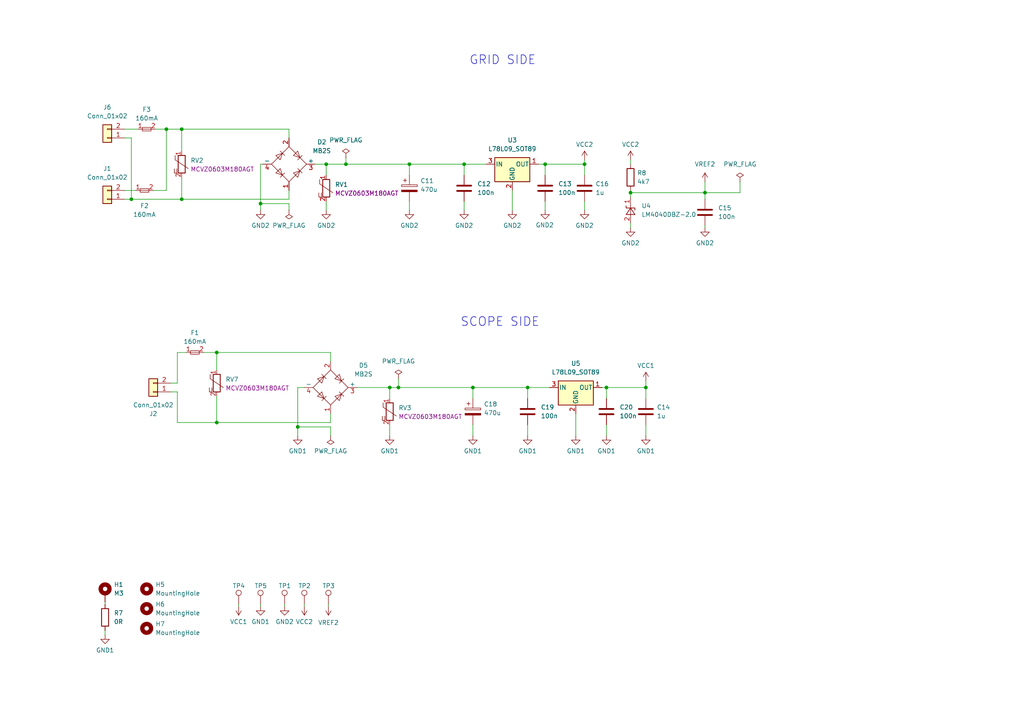
<source format=kicad_sch>
(kicad_sch (version 20231120) (generator "eeschema") (generator_version "8.0")
  (paper "A4")
  (title_block (title "lineScope Isolaors") (date "2024-03-27") (rev "1.0.0") (company "Koszalix"))
  (lib_symbols
    (symbol "Connector:TestPoint" (pin_numbers hide) (pin_names (offset 0.762) hide)
      (property "Reference" "TP" (at 0 6.858 0))
      (property "Value" "TestPoint" (at 0 5.08 0))
      (symbol "TestPoint_0_1"
        (circle (center 0 3.302) (radius 0.762))
      )
      (symbol "TestPoint_1_1"
        (pin passive line (at 0 0 90) (length 2.54) (name "1") (number "1"))
      )
    )
    (symbol "Connector_Generic:Conn_01x02" (pin_names (offset 1.016) hide)
      (property "Reference" "J" (at 0 2.54 0))
      (property "Value" "Conn_01x02" (at 0 -5.08 0))
      (symbol "Conn_01x02_1_1"
        (rectangle (start -1.27 -2.413) (end 0 -2.667) (stroke (width 0.1524)))
        (rectangle (start -1.27 0.127) (end 0 -0.127) (stroke (width 0.1524)))
        (rectangle (start -1.27 1.27) (end 1.27 -3.81) (stroke (width 0.254)) (fill (type background)))
        (pin passive line (at -5.08 0 0) (length 3.81) (name "Pin_1") (number "1"))
        (pin passive line (at -5.08 -2.54 0) (length 3.81) (name "Pin_2") (number "2"))
      )
    )
    (symbol "Device:C_Polarized" (pin_numbers hide) (pin_names (offset 0.254))
      (property "Reference" "C" (at 0.635 2.54 0))
      (property "Value" "C_Polarized" (at 0.635 -2.54 0))
      (symbol "C_Polarized_0_1"
        (rectangle (start -2.286 0.508) (end 2.286 1.016))
        (polyline (pts (xy -1.778 2.286) (xy -0.762 2.286)))
        (polyline (pts (xy -1.27 2.794) (xy -1.27 1.778)))
        (rectangle (start 2.286 -0.508) (end -2.286 -1.016) (fill (type outline)))
      )
      (symbol "C_Polarized_1_1"
        (pin passive line (at 0 3.81 270) (length 2.794) (name "~") (number "1"))
        (pin passive line (at 0 -3.81 90) (length 2.794) (name "~") (number "2"))
      )
    )
    (symbol "Diode_Bridge:MB2S" (pin_names (offset 0))
      (property "Reference" "D" (at 2.54 6.985 0))
      (property "Value" "MB2S" (at 2.54 5.08 0))
      (symbol "MB2S_0_1"
        (polyline (pts (xy -2.54 3.81) (xy -1.27 2.54)))
        (polyline (pts (xy -1.27 -2.54) (xy -2.54 -3.81)))
        (polyline (pts (xy 2.54 -1.27) (xy 3.81 -2.54)))
        (polyline (pts (xy 2.54 1.27) (xy 3.81 2.54)))
        (polyline (pts (xy -3.81 2.54) (xy -2.54 1.27) (xy -1.905 3.175) (xy -3.81 2.54)))
        (polyline (pts (xy -2.54 -1.27) (xy -3.81 -2.54) (xy -1.905 -3.175) (xy -2.54 -1.27)))
        (polyline (pts (xy 1.27 2.54) (xy 2.54 3.81) (xy 3.175 1.905) (xy 1.27 2.54)))
        (polyline (pts (xy 3.175 -1.905) (xy 1.27 -2.54) (xy 2.54 -3.81) (xy 3.175 -1.905)))
        (polyline (pts (xy -5.08 0) (xy 0 -5.08) (xy 5.08 0) (xy 0 5.08) (xy -5.08 0)))
      )
      (symbol "MB2S_1_1"
        (pin passive line (at 0 -7.62 90) (length 2.54) (name "~") (number "1"))
        (pin passive line (at 0 7.62 270) (length 2.54) (name "~") (number "2"))
        (pin passive line (at 7.62 0 180) (length 2.54) (name "+") (number "3"))
        (pin passive line (at -7.62 0 0) (length 2.54) (name "-") (number "4"))
      )
    )
    (symbol "Koszalix_Capacitors_Ceramic_Walsin_0603:CAP_100n_X7R" (pin_numbers hide) (pin_names (offset 0) hide)
      (property "Reference" "C" (at 3.81 1.27 0))
      (property "Value" "100n" (at 5.08 -1.27 0))
      (symbol "CAP_100n_X7R_0_1"
        (polyline (pts (xy -2.032 -0.762) (xy 2.032 -0.762)) (stroke (width 0.508)))
        (polyline (pts (xy -2.032 0.762) (xy 2.032 0.762)) (stroke (width 0.508)))
      )
      (symbol "CAP_100n_X7R_1_1"
        (pin passive line (at 0 3.81 270) (length 2.794) (name "~") (number "1"))
        (pin passive line (at 0 -3.81 90) (length 2.794) (name "~") (number "2"))
      )
    )
    (symbol "Koszalix_Capacitors_Ceramic_Walsin_0603:CAP_1u_X7R" (pin_numbers hide) (pin_names (offset 0) hide)
      (property "Reference" "C" (at 3.81 1.27 0))
      (property "Value" "1u" (at 5.08 -1.27 0))
      (symbol "CAP_1u_X7R_0_1"
        (polyline (pts (xy -2.032 -0.762) (xy 2.032 -0.762)) (stroke (width 0.508)))
        (polyline (pts (xy -2.032 0.762) (xy 2.032 0.762)) (stroke (width 0.508)))
      )
      (symbol "CAP_1u_X7R_1_1"
        (pin passive line (at 0 3.81 270) (length 2.794) (name "~") (number "1"))
        (pin passive line (at 0 -3.81 90) (length 2.794) (name "~") (number "2"))
      )
    )
    (symbol "Koszalix_Fuses:Polyfuse_SMD_160mA_1206"
      (property "Reference" "F" (at 14.732 -2.286 0))
      (property "Value" "160mA" (at 0 0 0))
      (symbol "Polyfuse_SMD_160mA_1206_0_1"
        (polyline (pts (xy 1.27 0) (xy 3.81 0)))
        (rectangle (start 1.27 0.508) (end 3.81 -0.508))
      )
      (symbol "Polyfuse_SMD_160mA_1206_1_1"
        (pin passive line (at 0 0 0) (length 1.27) (name "~") (number "1"))
        (pin passive line (at 5.08 0 180) (length 1.27) (name "~") (number "2"))
      )
    )
    (symbol "Koszalix_PWR_Symbols:VCC1" (power) (in_bom no) (on_board no)
      (property "Value" "VCC1" (at 1.524 1.524 0))
      (symbol "VCC1_0_1"
        (polyline (pts (xy -0.762 1.27) (xy 0 2.54)))
        (polyline (pts (xy 0 0) (xy 0 2.54)))
        (polyline (pts (xy 0 2.54) (xy 0.762 1.27)))
      )
      (symbol "VCC1_1_1"
        (pin power_in line (at 0 0 0) (length 0) hide (name "VCC") (number "1"))
      )
    )
    (symbol "Koszalix_PWR_Symbols:VCC2" (power) (in_bom no) (on_board no)
      (property "Value" "VCC2" (at 0.254 -2.032 0))
      (symbol "VCC2_0_1"
        (polyline (pts (xy -0.762 1.27) (xy 0 2.54)))
        (polyline (pts (xy 0 0) (xy 0 2.54)))
        (polyline (pts (xy 0 2.54) (xy 0.762 1.27)))
      )
      (symbol "VCC2_1_1"
        (pin power_in line (at 0 0 0) (length 0) hide (name "VCC") (number "1"))
      )
    )
    (symbol "Koszalix_PWR_Symbols:VREF2" (power) (in_bom no) (on_board no)
      (property "Value" "VREF2" (at 0.254 -2.032 0))
      (symbol "VREF2_0_1"
        (polyline (pts (xy -0.762 1.27) (xy 0 2.54)))
        (polyline (pts (xy 0 0) (xy 0 2.54)))
        (polyline (pts (xy 0 2.54) (xy 0.762 1.27)))
      )
      (symbol "VREF2_1_1"
        (pin power_in line (at 0 0 0) (length 0) hide (name "VCC") (number "1"))
      )
    )
    (symbol "Koszalix_Resistors_Yageo_RC0603:RES_4k7_0603" (pin_numbers hide) (pin_names (offset 0) hide)
      (property "Reference" "R" (at 2.54 1.27 0))
      (property "Value" "4k7" (at 2.54 -1.27 0))
      (symbol "RES_4k7_0603_0_1"
        (rectangle (start -1.016 -2.54) (end 1.016 2.54) (stroke (width 0.254)))
      )
      (symbol "RES_4k7_0603_1_1"
        (pin passive line (at 0 3.81 270) (length 1.27) (name "~") (number "1"))
        (pin passive line (at 0 -3.81 90) (length 1.27) (name "~") (number "2"))
      )
    )
    (symbol "Koszalix_Varistors:MCVZ0603M180AGT"
      (property "Reference" "RV" (at 3.048 0 0))
      (property "MPN" "MCVZ0603M180AGT" (at 0 0 0))
      (symbol "MCVZ0603M180AGT_0_0"
        (text "U" (at -1.778 -5.842 0) (effects (font (size 1.27 1.27))))
      )
      (symbol "MCVZ0603M180AGT_0_1"
        (rectangle (start -1.016 -6.35) (end 1.016 -1.27) (stroke (width 0.254)))
        (polyline (pts (xy -1.905 -1.27) (xy -1.905 -2.54) (xy 1.905 -5.08)))
      )
      (symbol "MCVZ0603M180AGT_1_1"
        (pin passive line (at 0 0 270) (length 1.27) (name "~") (number "1"))
        (pin passive line (at 0 -7.62 90) (length 1.27) (name "~") (number "2"))
      )
    )
    (symbol "Mechanical:MountingHole" (pin_names (offset 1.016)) (exclude_from_sim yes) (in_bom no)
      (property "Reference" "H" (at 0 5.08 0))
      (property "Value" "MountingHole" (at 0 3.175 0))
      (symbol "MountingHole_0_1"
        (circle (center 0 0) (radius 1.27) (stroke (width 1.27)))
      )
    )
    (symbol "Mechanical:MountingHole_Pad" (pin_numbers hide) (pin_names (offset 1.016) hide)
      (property "Reference" "H" (at 0 6.35 0))
      (property "Value" "MountingHole_Pad" (at 0 4.445 0))
      (symbol "MountingHole_Pad_0_1"
        (circle (center 0 1.27) (radius 1.27) (stroke (width 1.27)))
      )
      (symbol "MountingHole_Pad_1_1"
        (pin input line (at 0 -2.54 90) (length 2.54) (name "1") (number "1"))
      )
    )
    (symbol "Reference_Voltage:LM4040DBZ-2.0" (pin_names (offset 0.0254) hide)
      (property "Reference" "U" (at 0 2.54 0))
      (property "Value" "LM4040DBZ-2.0" (at 0 -3.175 0))
      (symbol "LM4040DBZ-2.0_0_1"
        (polyline (pts (xy -1.27 0) (xy 0 0) (xy 1.27 0)))
        (polyline (pts (xy -1.27 -1.27) (xy 0.635 0) (xy -1.27 1.27) (xy -1.27 -1.27)) (stroke (width 0.2032)))
        (polyline (pts (xy 0 -1.27) (xy 0.635 -1.27) (xy 0.635 1.27) (xy 1.27 1.27)) (stroke (width 0.2032)))
      )
      (symbol "LM4040DBZ-2.0_1_1"
        (pin passive line (at 3.81 0 180) (length 2.54) (name "K") (number "1"))
        (pin passive line (at -3.81 0 0) (length 2.54) (name "A") (number "2"))
      )
    )
    (symbol "Regulator_Linear:L78L09_SOT89" (pin_names (offset 0.254))
      (property "Reference" "U" (at -3.81 3.175 0))
      (property "Value" "L78L09_SOT89" (at -0.635 3.175 0))
      (symbol "L78L09_SOT89_0_1"
        (rectangle (start -5.08 1.905) (end 5.08 -5.08) (stroke (width 0.254)) (fill (type background)))
      )
      (symbol "L78L09_SOT89_1_1"
        (pin power_out line (at 7.62 0 180) (length 2.54) (name "OUT") (number "1"))
        (pin power_in line (at 0 -7.62 90) (length 2.54) (name "GND") (number "2"))
        (pin power_in line (at -7.62 0 0) (length 2.54) (name "IN") (number "3"))
      )
    )
    (symbol "power:GND1" (power) (pin_names (offset 0))
      (property "Value" "GND1" (at 0 -3.81 0))
      (symbol "GND1_0_1"
        (polyline (pts (xy 0 0) (xy 0 -1.27) (xy 1.27 -1.27) (xy 0 -2.54) (xy -1.27 -1.27) (xy 0 -1.27)))
      )
      (symbol "GND1_1_1"
        (pin power_in line (at 0 0 270) (length 0) hide (name "GND1") (number "1"))
      )
    )
    (symbol "power:GND2" (power) (pin_names (offset 0))
      (property "Value" "GND2" (at 0 -3.81 0))
      (symbol "GND2_0_1"
        (polyline (pts (xy 0 0) (xy 0 -1.27) (xy 1.27 -1.27) (xy 0 -2.54) (xy -1.27 -1.27) (xy 0 -1.27)))
      )
      (symbol "GND2_1_1"
        (pin power_in line (at 0 0 270) (length 0) hide (name "GND2") (number "1"))
      )
    )
    (symbol "power:PWR_FLAG" (power) (pin_numbers hide) (pin_names (offset 0) hide)
      (property "Value" "PWR_FLAG" (at 0 3.81 0))
      (symbol "PWR_FLAG_0_0"
        (pin power_out line (at 0 0 90) (length 0) (name "pwr") (number "1"))
      )
      (symbol "PWR_FLAG_0_1"
        (polyline (pts (xy 0 0) (xy 0 1.27) (xy -1.016 1.905) (xy 0 2.54) (xy 1.016 1.905) (xy 0 1.27)))
      )
    )
  )
  (junction (at 94.615 47.625))
  (junction (at 62.865 122.555))
  (junction (at 100.33 47.625))
  (junction (at 204.47 55.88))
  (junction (at 134.62 47.625))
  (junction (at 86.36 123.825))
  (junction (at 118.745 47.625))
  (junction (at 182.88 55.88))
  (junction (at 75.565 59.055))
  (junction (at 153.035 112.395))
  (junction (at 137.16 112.395))
  (junction (at 52.705 57.785))
  (junction (at 175.895 112.395))
  (junction (at 52.705 37.465))
  (junction (at 169.545 47.625))
  (junction (at 115.57 112.395))
  (junction (at 187.325 112.395))
  (junction (at 62.865 102.235))
  (junction (at 113.03 112.395))
  (junction (at 158.115 47.625))
  (junction (at 48.26 37.465))
  (junction (at 38.1 57.785))
  (wire (pts (xy 182.88 55.88) (xy 204.47 55.88)))
  (wire (pts (xy 95.25 175.895) (xy 95.25 175.26)))
  (wire (pts (xy 49.53 111.125) (xy 51.435 111.125)))
  (wire (pts (xy 94.615 47.625) (xy 94.615 50.8)))
  (wire (pts (xy 75.565 59.055) (xy 75.565 60.96)))
  (wire (pts (xy 214.63 55.88) (xy 204.47 55.88)))
  (wire (pts (xy 82.55 175.895) (xy 82.55 175.26)))
  (wire (pts (xy 38.1 40.005) (xy 38.1 57.785)))
  (wire (pts (xy 86.36 123.825) (xy 95.885 123.825)))
  (wire (pts (xy 204.47 66.04) (xy 204.47 65.405)))
  (wire (pts (xy 153.035 123.19) (xy 153.035 126.365)))
  (wire (pts (xy 83.82 57.785) (xy 83.82 55.245)))
  (wire (pts (xy 115.57 112.395) (xy 137.16 112.395)))
  (wire (pts (xy 174.625 112.395) (xy 175.895 112.395)))
  (wire (pts (xy 49.53 113.665) (xy 51.435 113.665)))
  (wire (pts (xy 52.705 37.465) (xy 52.705 43.815)))
  (wire (pts (xy 36.195 55.245) (xy 39.37 55.245)))
  (wire (pts (xy 38.1 57.785) (xy 52.705 57.785)))
  (wire (pts (xy 75.565 59.055) (xy 83.82 59.055)))
  (wire (pts (xy 75.565 175.895) (xy 75.565 175.26)))
  (wire (pts (xy 167.005 120.015) (xy 167.005 126.365)))
  (wire (pts (xy 175.895 115.57) (xy 175.895 112.395)))
  (wire (pts (xy 182.88 46.355) (xy 182.88 47.625)))
  (wire (pts (xy 95.885 123.825) (xy 95.885 126.365)))
  (wire (pts (xy 52.705 37.465) (xy 83.82 37.465)))
  (wire (pts (xy 187.325 110.49) (xy 187.325 112.395)))
  (wire (pts (xy 169.545 47.625) (xy 169.545 50.8)))
  (wire (pts (xy 153.035 112.395) (xy 159.385 112.395)))
  (wire (pts (xy 30.48 184.15) (xy 30.48 182.88)))
  (wire (pts (xy 88.265 112.395) (xy 86.36 112.395)))
  (wire (pts (xy 103.505 112.395) (xy 113.03 112.395)))
  (wire (pts (xy 86.36 123.825) (xy 86.36 126.365)))
  (wire (pts (xy 62.865 102.235) (xy 62.865 107.315)))
  (wire (pts (xy 137.16 112.395) (xy 153.035 112.395)))
  (wire (pts (xy 158.115 50.8) (xy 158.115 47.625)))
  (wire (pts (xy 148.59 55.245) (xy 148.59 60.96)))
  (wire (pts (xy 36.195 57.785) (xy 38.1 57.785)))
  (wire (pts (xy 51.435 122.555) (xy 62.865 122.555)))
  (wire (pts (xy 156.21 47.625) (xy 158.115 47.625)))
  (wire (pts (xy 113.03 123.19) (xy 113.03 126.365)))
  (wire (pts (xy 113.03 112.395) (xy 115.57 112.395)))
  (wire (pts (xy 95.885 120.015) (xy 95.885 122.555)))
  (wire (pts (xy 75.565 47.625) (xy 76.2 47.625)))
  (wire (pts (xy 51.435 102.235) (xy 53.975 102.235)))
  (wire (pts (xy 75.565 47.625) (xy 75.565 59.055)))
  (wire (pts (xy 62.865 102.235) (xy 95.885 102.235)))
  (wire (pts (xy 36.195 40.005) (xy 38.1 40.005)))
  (wire (pts (xy 137.16 112.395) (xy 137.16 115.57)))
  (wire (pts (xy 134.62 47.625) (xy 134.62 50.8)))
  (wire (pts (xy 52.705 51.435) (xy 52.705 57.785)))
  (wire (pts (xy 69.215 175.895) (xy 69.215 175.26)))
  (wire (pts (xy 48.26 37.465) (xy 52.705 37.465)))
  (wire (pts (xy 137.16 123.19) (xy 137.16 126.365)))
  (wire (pts (xy 187.325 112.395) (xy 187.325 115.57)))
  (wire (pts (xy 214.63 52.705) (xy 214.63 55.88)))
  (wire (pts (xy 100.33 45.72) (xy 100.33 47.625)))
  (wire (pts (xy 113.03 112.395) (xy 113.03 115.57)))
  (wire (pts (xy 115.57 109.855) (xy 115.57 112.395)))
  (wire (pts (xy 48.26 55.245) (xy 48.26 37.465)))
  (wire (pts (xy 134.62 58.42) (xy 134.62 60.96)))
  (wire (pts (xy 45.085 37.465) (xy 48.26 37.465)))
  (wire (pts (xy 187.325 126.365) (xy 187.325 123.19)))
  (wire (pts (xy 52.705 57.785) (xy 83.82 57.785)))
  (wire (pts (xy 118.745 58.42) (xy 118.745 60.96)))
  (wire (pts (xy 88.265 175.895) (xy 88.265 175.26)))
  (wire (pts (xy 204.47 52.705) (xy 204.47 55.88)))
  (wire (pts (xy 95.885 102.235) (xy 95.885 104.775)))
  (wire (pts (xy 86.36 112.395) (xy 86.36 123.825)))
  (wire (pts (xy 94.615 47.625) (xy 100.33 47.625)))
  (wire (pts (xy 169.545 60.96) (xy 169.545 58.42)))
  (wire (pts (xy 91.44 47.625) (xy 94.615 47.625)))
  (wire (pts (xy 100.33 47.625) (xy 118.745 47.625)))
  (wire (pts (xy 59.055 102.235) (xy 62.865 102.235)))
  (wire (pts (xy 83.82 59.055) (xy 83.82 60.96)))
  (wire (pts (xy 44.45 55.245) (xy 48.26 55.245)))
  (wire (pts (xy 30.48 175.26) (xy 30.48 174.625)))
  (wire (pts (xy 118.745 47.625) (xy 134.62 47.625)))
  (wire (pts (xy 182.88 66.04) (xy 182.88 64.77)))
  (wire (pts (xy 51.435 111.125) (xy 51.435 102.235)))
  (wire (pts (xy 36.195 37.465) (xy 40.005 37.465)))
  (wire (pts (xy 94.615 58.42) (xy 94.615 60.96)))
  (wire (pts (xy 182.88 55.245) (xy 182.88 55.88)))
  (wire (pts (xy 169.545 46.355) (xy 169.545 47.625)))
  (wire (pts (xy 134.62 47.625) (xy 140.97 47.625)))
  (wire (pts (xy 158.115 58.42) (xy 158.115 60.96)))
  (wire (pts (xy 204.47 55.88) (xy 204.47 57.785)))
  (wire (pts (xy 51.435 113.665) (xy 51.435 122.555)))
  (wire (pts (xy 62.865 114.935) (xy 62.865 122.555)))
  (wire (pts (xy 118.745 47.625) (xy 118.745 50.8)))
  (wire (pts (xy 175.895 123.19) (xy 175.895 126.365)))
  (wire (pts (xy 62.865 122.555) (xy 95.885 122.555)))
  (wire (pts (xy 158.115 47.625) (xy 169.545 47.625)))
  (wire (pts (xy 175.895 112.395) (xy 187.325 112.395)))
  (wire (pts (xy 83.82 37.465) (xy 83.82 40.005)))
  (wire (pts (xy 182.88 55.88) (xy 182.88 57.15)))
  (wire (pts (xy 153.035 112.395) (xy 153.035 115.57)))
  (text "SCOPE SIDE" (at 145.034 93.472 0) (effects (font (size 2.54 2.54))))
  (text "GRID SIDE" (at 145.796 17.526 0) (effects (font (size 2.54 2.54))))
  (symbol (lib_id "power:GND2") (at 82.55 175.895 0) (unit 1)
    (property "Reference" "#PWR040" (effects (hide yes)))
    (property "Value" "GND2" (at 82.55 180.34 0))
    (property "Description" "Power symbol creates a global label with name \"GND2\" , ground" (effects (hide yes)))
  )
  (symbol (lib_id "power:GND2") (at 134.62 60.96 0) (unit 1)
    (property "Reference" "#PWR029" (effects (hide yes)))
    (property "Value" "GND2" (at 134.62 65.405 0))
    (property "Description" "Power symbol creates a global label with name \"GND2\" , ground" (effects (hide yes)))
  )
  (symbol (lib_id "Koszalix_PWR_Symbols:VCC2") (at 88.265 175.895 180) (unit 1) (in_bom no) (on_board no)
    (property "Reference" "#PWR039" (effects (hide yes)))
    (property "Value" "VCC2" (at 88.265 180.34 0))
  )
  (symbol (lib_id "Koszalix_Capacitors_Ceramic_Walsin_0603:CAP_100n_X7R") (at 158.115 54.61 0) (unit 1)
    (property "Reference" "C13" (at 161.925 53.3399 0) (effects (justify left)))
    (property "Value" "100n" (at 161.925 55.8799 0) (effects (justify left)))
    (property "Footprint" "Capacitor_SMD:C_0603_1608Metric" (effects (hide yes)))
    (property "Datasheet" "https://www.tme.eu/Document/e45476bf270793f696988c4e93ce1237/ASC_General_Purpose.pdf" (effects (hide yes)))
    (property "Description" "SMD Capacitor" (effects (hide yes)))
    (property "Manufacturer" "Walsin" (effects (hide yes)))
    (property "MPN" "0603B104K500CT" (effects (hide yes)))
    (property "Tolerance" "10%" (effects (hide yes)))
    (property "Rated voltage" "50V" (effects (hide yes)))
    (property "Operating temperature" "-55°C to +125°C " (effects (hide yes)))
    (property "Capacitance characteristic" "±15%" (effects (hide yes)))
  )
  (symbol (lib_id "Koszalix_Capacitors_Ceramic_Walsin_0603:CAP_100n_X7R") (at 175.895 119.38 0) (unit 1)
    (property "Reference" "C20" (at 179.705 118.1099 0) (effects (justify left)))
    (property "Value" "100n" (at 179.705 120.6499 0) (effects (justify left)))
    (property "Footprint" "Capacitor_SMD:C_0603_1608Metric" (effects (hide yes)))
    (property "Datasheet" "https://www.tme.eu/Document/e45476bf270793f696988c4e93ce1237/ASC_General_Purpose.pdf" (effects (hide yes)))
    (property "Description" "SMD Capacitor" (effects (hide yes)))
    (property "Manufacturer" "Walsin" (effects (hide yes)))
    (property "MPN" "0603B104K500CT" (effects (hide yes)))
    (property "Tolerance" "10%" (effects (hide yes)))
    (property "Rated voltage" "50V" (effects (hide yes)))
    (property "Operating temperature" "-55°C to +125°C " (effects (hide yes)))
    (property "Capacitance characteristic" "±15%" (effects (hide yes)))
  )
  (symbol (lib_id "Koszalix_Capacitors_Ceramic_Walsin_0603:CAP_100n_X7R") (at 204.47 61.595 0) (unit 1)
    (property "Reference" "C15" (at 208.28 60.3249 0) (effects (justify left)))
    (property "Value" "100n" (at 208.28 62.8649 0) (effects (justify left)))
    (property "Footprint" "Capacitor_SMD:C_0603_1608Metric" (effects (hide yes)))
    (property "Datasheet" "https://www.tme.eu/Document/e45476bf270793f696988c4e93ce1237/ASC_General_Purpose.pdf" (effects (hide yes)))
    (property "Description" "SMD Capacitor" (effects (hide yes)))
    (property "Manufacturer" "Walsin" (effects (hide yes)))
    (property "MPN" "0603B104K500CT" (effects (hide yes)))
    (property "Tolerance" "10%" (effects (hide yes)))
    (property "Rated voltage" "50V" (effects (hide yes)))
    (property "Operating temperature" "-55°C to +125°C " (effects (hide yes)))
    (property "Capacitance characteristic" "±15%" (effects (hide yes)))
  )
  (symbol (lib_id "Koszalix_PWR_Symbols:VCC1") (at 69.215 175.895 180) (unit 1) (in_bom no) (on_board no)
    (property "Reference" "#PWR062" (effects (hide yes)))
    (property "Value" "VCC1" (at 69.215 180.34 0))
  )
  (symbol (lib_id "Koszalix_Fuses:Polyfuse_SMD_160mA_1206") (at 40.005 37.465 0) (unit 1)
    (property "Reference" "F3" (at 42.545 31.75 0))
    (property "Value" "160mA" (at 42.545 34.29 0))
    (property "Footprint" "Fuse:Fuse_1206_3216Metric_Pad1.42x1.75mm_HandSolder" (effects (hide yes)))
    (property "Datasheet" "https://www.tme.eu/Document/57bb34273784a5497e70b7df12b98da5/PTS120615V050.pdf" (effects (hide yes)))
    (property "Description" "Polyfuse. 160mA. Imax 100A, 1R1, 30V" (effects (hide yes)))
    (property "MPN" "PTS120630V016" (effects (hide yes)))
    (property "Manuacturer" "Eaton/Busman" (effects (hide yes)))
  )
  (symbol (lib_id "Diode_Bridge:MB2S") (at 83.82 47.625 0) (unit 1)
    (property "Reference" "D2" (at 93.345 41.2048 0))
    (property "Value" "MB2S" (at 93.345 43.7448 0))
    (property "Footprint" "Package_TO_SOT_SMD:TO-269AA" (effects (hide yes)))
    (property "Datasheet" "http://www.vishay.com/docs/88661/mb2s.pdf" (effects (hide yes)))
    (property "Description" "Miniature Glass Passivated Single-Phase Surface Mount Bridge Rectifiers, 140V Vrms, 0.5A If, TO-269AA" (effects (hide yes)))
  )
  (symbol (lib_id "Connector_Generic:Conn_01x02") (at 31.115 57.785 180) (unit 1)
    (property "Reference" "J1" (at 31.115 48.895 0))
    (property "Value" "Conn_01x02" (at 31.115 51.435 0))
    (property "Footprint" "Connector_JST:JST_XH_B2B-XH-A_1x02_P2.50mm_Vertical" (effects (hide yes)))
    (property "Description" "Generic connector, single row, 01x02, script generated (kicad-library-utils/schlib/autogen/connector/)" (effects (hide yes)))
  )
  (symbol (lib_id "Koszalix_Varistors:MCVZ0603M180AGT") (at 94.615 50.8 0) (unit 1)
    (property "Reference" "RV1" (at 97.155 53.5332 0) (effects (justify left)))
    (property "Value" "MCVZ0603M180AGT" (effects (hide yes)))
    (property "Footprint" "Resistor_SMD:R_0603_1608Metric_Pad0.98x0.95mm_HandSolder" (effects (hide yes)))
    (property "Datasheet" "https://4donline.ihs.com/images/VipMasterIC/IC/SCMP/SCMP-S-A0009640460/SCMP-S-A0009640460-1.pdf?hkey=6D3A4C79FDBF58556ACFDE234799DDF0" (effects (hide yes)))
    (property "Description" "Varistor 14V/18V" (effects (hide yes)))
    (property "MPN" "MCVZ0603M180AGT" (at 97.155 56.0732 0) (effects (justify left)))
    (property "Manufacturer" "MulticompPro" (effects (hide yes)))
  )
  (symbol (lib_id "power:GND1") (at 113.03 126.365 0) (unit 1)
    (property "Reference" "#PWR043" (effects (hide yes)))
    (property "Value" "GND1" (at 113.03 130.81 0))
    (property "Description" "Power symbol creates a global label with name \"GND1\" , ground" (effects (hide yes)))
  )
  (symbol (lib_id "Device:C_Polarized") (at 137.16 119.38 0) (unit 1)
    (property "Reference" "C18" (at 140.335 117.2209 0) (effects (justify left)))
    (property "Value" "470u" (at 140.335 119.7609 0) (effects (justify left)))
    (property "Footprint" "Capacitor_SMD:CP_Elec_10x10.5" (effects (hide yes)))
    (property "Description" "Polarized capacitor" (effects (hide yes)))
    (property "MPN" "EEE1EA471P" (effects (hide yes)))
  )
  (symbol (lib_id "power:GND2") (at 148.59 60.96 0) (unit 1)
    (property "Reference" "#PWR030" (effects (hide yes)))
    (property "Value" "GND2" (at 148.59 65.405 0))
    (property "Description" "Power symbol creates a global label with name \"GND2\" , ground" (effects (hide yes)))
  )
  (symbol (lib_id "power:GND1") (at 86.36 126.365 0) (unit 1)
    (property "Reference" "#PWR042" (effects (hide yes)))
    (property "Value" "GND1" (at 86.36 130.81 0))
    (property "Description" "Power symbol creates a global label with name \"GND1\" , ground" (effects (hide yes)))
  )
  (symbol (lib_id "power:GND1") (at 187.325 126.365 0) (unit 1)
    (property "Reference" "#PWR037" (effects (hide yes)))
    (property "Value" "GND1" (at 187.325 130.81 0))
    (property "Description" "Power symbol creates a global label with name \"GND1\" , ground" (effects (hide yes)))
  )
  (symbol (lib_id "Connector:TestPoint") (at 95.25 175.26 0) (unit 1)
    (property "Reference" "TP3" (at 93.472 169.926 0) (effects (justify left)))
    (property "Value" "TestPoint" (effects (hide yes)))
    (property "Footprint" "TestPoint:TestPoint_Pad_D1.0mm" (effects (hide yes)))
    (property "Description" "test point" (effects (hide yes)))
  )
  (symbol (lib_id "Koszalix_Capacitors_Ceramic_Walsin_0603:CAP_1u_X7R") (at 169.545 54.61 0) (unit 1)
    (property "Reference" "C16" (at 172.72 53.3399 0) (effects (justify left)))
    (property "Value" "1u" (at 172.72 55.8799 0) (effects (justify left)))
    (property "Footprint" "Capacitor_SMD:C_0603_1608Metric" (effects (hide yes)))
    (property "Datasheet" "https://www.tme.eu/Document/e45476bf270793f696988c4e93ce1237/ASC_General_Purpose.pdf" (effects (hide yes)))
    (property "Description" "SMD Capacitor" (effects (hide yes)))
    (property "Manufacturer" "Walsin" (effects (hide yes)))
    (property "MPN" "0603B105K500CT" (effects (hide yes)))
    (property "Tolerance" "10%" (effects (hide yes)))
    (property "Rated voltage" "50V" (effects (hide yes)))
    (property "Operating temperature" "-55°C to +125°C " (effects (hide yes)))
    (property "Capacitance characteristic" "±15%" (effects (hide yes)))
  )
  (symbol (lib_id "power:GND1") (at 75.565 175.895 0) (unit 1)
    (property "Reference" "#PWR063" (effects (hide yes)))
    (property "Value" "GND1" (at 75.565 180.34 0))
    (property "Description" "Power symbol creates a global label with name \"GND1\" , ground" (effects (hide yes)))
  )
  (symbol (lib_id "Mechanical:MountingHole_Pad") (at 30.48 172.085 0) (unit 1)
    (property "Reference" "H1" (at 33.02 169.5449 0) (effects (justify left)))
    (property "Value" "M3" (at 33.02 172.0849 0) (effects (justify left)))
    (property "Footprint" "MountingHole:MountingHole_3.2mm_M3_Pad" (effects (hide yes)))
    (property "Description" "Mounting Hole with connection" (effects (hide yes)))
  )
  (symbol (lib_id "Koszalix_Capacitors_Ceramic_Walsin_0603:CAP_100n_X7R") (at 153.035 119.38 0) (unit 1)
    (property "Reference" "C19" (at 156.845 118.1099 0) (effects (justify left)))
    (property "Value" "100n" (at 156.845 120.6499 0) (effects (justify left)))
    (property "Footprint" "Capacitor_SMD:C_0603_1608Metric" (effects (hide yes)))
    (property "Datasheet" "https://www.tme.eu/Document/e45476bf270793f696988c4e93ce1237/ASC_General_Purpose.pdf" (effects (hide yes)))
    (property "Description" "SMD Capacitor" (effects (hide yes)))
    (property "Manufacturer" "Walsin" (effects (hide yes)))
    (property "MPN" "0603B104K500CT" (effects (hide yes)))
    (property "Tolerance" "10%" (effects (hide yes)))
    (property "Rated voltage" "50V" (effects (hide yes)))
    (property "Operating temperature" "-55°C to +125°C " (effects (hide yes)))
    (property "Capacitance characteristic" "±15%" (effects (hide yes)))
  )
  (symbol (lib_id "Koszalix_Fuses:Polyfuse_SMD_160mA_1206") (at 53.975 102.235 0) (unit 1)
    (property "Reference" "F1" (at 56.515 96.52 0))
    (property "Value" "160mA" (at 56.515 99.06 0))
    (property "Footprint" "Fuse:Fuse_1206_3216Metric_Pad1.42x1.75mm_HandSolder" (effects (hide yes)))
    (property "Datasheet" "https://www.tme.eu/Document/57bb34273784a5497e70b7df12b98da5/PTS120615V050.pdf" (effects (hide yes)))
    (property "Description" "Polyfuse. 160mA. Imax 100A, 1R1, 30V" (effects (hide yes)))
    (property "MPN" "PTS120630V016" (effects (hide yes)))
    (property "Manuacturer" "Eaton/Busman" (effects (hide yes)))
  )
  (symbol (lib_id "power:PWR_FLAG") (at 115.57 109.855 0) (unit 1)
    (property "Reference" "#FLG02" (effects (hide yes)))
    (property "Value" "PWR_FLAG" (at 115.57 104.775 0))
    (property "Description" "Special symbol for telling ERC where power comes from" (effects (hide yes)))
  )
  (symbol (lib_id "power:GND1") (at 137.16 126.365 0) (unit 1)
    (property "Reference" "#PWR044" (effects (hide yes)))
    (property "Value" "GND1" (at 137.16 130.81 0))
    (property "Description" "Power symbol creates a global label with name \"GND1\" , ground" (effects (hide yes)))
  )
  (symbol (lib_id "Connector:TestPoint") (at 82.55 175.26 0) (unit 1)
    (property "Reference" "TP1" (at 80.772 169.926 0) (effects (justify left)))
    (property "Value" "TestPoint" (effects (hide yes)))
    (property "Footprint" "TestPoint:TestPoint_Pad_D1.0mm" (effects (hide yes)))
    (property "Description" "test point" (effects (hide yes)))
  )
  (symbol (lib_id "power:GND2") (at 158.115 60.96 0) (unit 1)
    (property "Reference" "#PWR031" (effects (hide yes)))
    (property "Value" "GND2" (at 157.988 65.278 0))
    (property "Description" "Power symbol creates a global label with name \"GND2\" , ground" (effects (hide yes)))
  )
  (symbol (lib_id "power:GND2") (at 94.615 60.96 0) (unit 1)
    (property "Reference" "#PWR027" (effects (hide yes)))
    (property "Value" "GND2" (at 94.615 65.405 0))
    (property "Description" "Power symbol creates a global label with name \"GND2\" , ground" (effects (hide yes)))
  )
  (symbol (lib_id "power:PWR_FLAG") (at 214.63 52.705 0) (unit 1)
    (property "Reference" "#FLG05" (effects (hide yes)))
    (property "Value" "PWR_FLAG" (at 214.63 47.625 0))
    (property "Description" "Special symbol for telling ERC where power comes from" (effects (hide yes)))
  )
  (symbol (lib_id "Koszalix_Varistors:MCVZ0603M180AGT") (at 113.03 115.57 0) (unit 1)
    (property "Reference" "RV3" (at 115.57 118.3032 0) (effects (justify left)))
    (property "Value" "MCVZ0603M180AGT" (effects (hide yes)))
    (property "Footprint" "Resistor_SMD:R_0603_1608Metric_Pad0.98x0.95mm_HandSolder" (effects (hide yes)))
    (property "Datasheet" "https://4donline.ihs.com/images/VipMasterIC/IC/SCMP/SCMP-S-A0009640460/SCMP-S-A0009640460-1.pdf?hkey=6D3A4C79FDBF58556ACFDE234799DDF0" (effects (hide yes)))
    (property "Description" "Varistor 14V/18V" (effects (hide yes)))
    (property "MPN" "MCVZ0603M180AGT" (at 115.57 120.8432 0) (effects (justify left)))
    (property "Manufacturer" "MulticompPro" (effects (hide yes)))
  )
  (symbol (lib_id "Koszalix_PWR_Symbols:VREF2") (at 95.25 175.895 180) (unit 1) (in_bom no) (on_board no)
    (property "Reference" "#PWR057" (effects (hide yes)))
    (property "Value" "VREF2" (at 95.25 180.594 0))
  )
  (symbol (lib_id "Connector:TestPoint") (at 75.565 175.26 0) (unit 1)
    (property "Reference" "TP5" (at 73.787 169.926 0) (effects (justify left)))
    (property "Value" "TestPoint" (effects (hide yes)))
    (property "Footprint" "TestPoint:TestPoint_Pad_D1.0mm" (effects (hide yes)))
    (property "Description" "test point" (effects (hide yes)))
  )
  (symbol (lib_id "Koszalix_Fuses:Polyfuse_SMD_160mA_1206") (at 39.37 55.245 0) (unit 1)
    (property "Reference" "F2" (at 41.91 59.69 0))
    (property "Value" "160mA" (at 41.91 62.23 0))
    (property "Footprint" "Fuse:Fuse_1206_3216Metric_Pad1.42x1.75mm_HandSolder" (effects (hide yes)))
    (property "Datasheet" "https://www.tme.eu/Document/57bb34273784a5497e70b7df12b98da5/PTS120615V050.pdf" (effects (hide yes)))
    (property "Description" "Polyfuse. 160mA. Imax 100A, 1R1, 30V" (effects (hide yes)))
    (property "MPN" "PTS120630V016" (effects (hide yes)))
    (property "Manuacturer" "Eaton/Busman" (effects (hide yes)))
  )
  (symbol (lib_id "Regulator_Linear:L78L09_SOT89") (at 167.005 112.395 0) (unit 1)
    (property "Reference" "U5" (at 167.005 105.41 0))
    (property "Value" "L78L09_SOT89" (at 167.005 107.95 0))
    (property "Footprint" "Package_TO_SOT_SMD:SOT-89-3" (effects (hide yes)))
    (property "Datasheet" "http://www.st.com/content/ccc/resource/technical/document/datasheet/15/55/e5/aa/23/5b/43/fd/CD00000446.pdf/files/CD00000446.pdf/jcr:content/translations/en.CD00000446.pdf" (effects (hide yes)))
    (property "Description" "Positive 100mA 30V Linear Regulator, Fixed Output 9V, SOT-89" (effects (hide yes)))
  )
  (symbol (lib_id "power:GND2") (at 169.545 60.96 0) (unit 1)
    (property "Reference" "#PWR032" (effects (hide yes)))
    (property "Value" "GND2" (at 169.545 65.405 0))
    (property "Description" "Power symbol creates a global label with name \"GND2\" , ground" (effects (hide yes)))
  )
  (symbol (lib_id "Mechanical:MountingHole") (at 42.545 182.245 0) (unit 1) (exclude_from_sim yes) (in_bom no)
    (property "Reference" "H7" (at 45.085 180.9749 0) (effects (justify left)))
    (property "Value" "MountingHole" (at 45.085 183.5149 0) (effects (justify left)))
    (property "Footprint" "MountingHole:MountingHole_3.2mm_M3" (effects (hide yes)))
    (property "Description" "Mounting Hole without connection" (effects (hide yes)))
  )
  (symbol (lib_id "Mechanical:MountingHole") (at 42.545 176.53 0) (unit 1) (exclude_from_sim yes) (in_bom no)
    (property "Reference" "H6" (at 45.085 175.2599 0) (effects (justify left)))
    (property "Value" "MountingHole" (at 45.085 177.7999 0) (effects (justify left)))
    (property "Footprint" "MountingHole:MountingHole_3.2mm_M3" (effects (hide yes)))
    (property "Description" "Mounting Hole without connection" (effects (hide yes)))
  )
  (symbol (lib_id "Connector:TestPoint") (at 88.265 175.26 0) (unit 1)
    (property "Reference" "TP2" (at 86.487 169.926 0) (effects (justify left)))
    (property "Value" "TestPoint" (effects (hide yes)))
    (property "Footprint" "TestPoint:TestPoint_Pad_D1.0mm" (effects (hide yes)))
    (property "Description" "test point" (effects (hide yes)))
  )
  (symbol (lib_id "Koszalix_PWR_Symbols:VCC1") (at 187.325 110.49 0) (unit 1) (in_bom no) (on_board no)
    (property "Reference" "#PWR041" (effects (hide yes)))
    (property "Value" "VCC1" (at 187.325 106.045 0))
  )
  (symbol (lib_id "power:GND2") (at 118.745 60.96 0) (unit 1)
    (property "Reference" "#PWR028" (effects (hide yes)))
    (property "Value" "GND2" (at 118.745 65.405 0))
    (property "Description" "Power symbol creates a global label with name \"GND2\" , ground" (effects (hide yes)))
  )
  (symbol (lib_id "Koszalix_Capacitors_Ceramic_Walsin_0603:CAP_100n_X7R") (at 134.62 54.61 0) (unit 1)
    (property "Reference" "C12" (at 138.43 53.3399 0) (effects (justify left)))
    (property "Value" "100n" (at 138.43 55.8799 0) (effects (justify left)))
    (property "Footprint" "Capacitor_SMD:C_0603_1608Metric" (effects (hide yes)))
    (property "Datasheet" "https://www.tme.eu/Document/e45476bf270793f696988c4e93ce1237/ASC_General_Purpose.pdf" (effects (hide yes)))
    (property "Description" "SMD Capacitor" (effects (hide yes)))
    (property "Manufacturer" "Walsin" (effects (hide yes)))
    (property "MPN" "0603B104K500CT" (effects (hide yes)))
    (property "Tolerance" "10%" (effects (hide yes)))
    (property "Rated voltage" "50V" (effects (hide yes)))
    (property "Operating temperature" "-55°C to +125°C " (effects (hide yes)))
    (property "Capacitance characteristic" "±15%" (effects (hide yes)))
  )
  (symbol (lib_id "Mechanical:MountingHole") (at 42.545 170.815 0) (unit 1) (exclude_from_sim yes) (in_bom no)
    (property "Reference" "H5" (at 45.085 169.5449 0) (effects (justify left)))
    (property "Value" "MountingHole" (at 45.085 172.0849 0) (effects (justify left)))
    (property "Footprint" "MountingHole:MountingHole_3.2mm_M3" (effects (hide yes)))
    (property "Description" "Mounting Hole without connection" (effects (hide yes)))
  )
  (symbol (lib_id "Koszalix_PWR_Symbols:VCC2") (at 169.545 46.355 0) (unit 1) (in_bom no) (on_board no)
    (property "Reference" "#PWR021" (effects (hide yes)))
    (property "Value" "VCC2" (at 169.545 41.91 0))
  )
  (symbol (lib_id "Reference_Voltage:LM4040DBZ-2.0") (at 182.88 60.96 90) (unit 1)
    (property "Reference" "U4" (at 186.055 59.6899 90) (effects (justify right)))
    (property "Value" "LM4040DBZ-2.0" (at 186.055 62.2299 90) (effects (justify right)))
    (property "Footprint" "Package_TO_SOT_SMD:SOT-23" (effects (hide yes)))
    (property "Datasheet" "http://www.ti.com/lit/ds/symlink/lm4040-n.pdf" (effects (hide yes)))
    (property "Description" "2.048V Precision Micropower Shunt Voltage Reference, SOT-23" (effects (hide yes)))
  )
  (symbol (lib_id "power:GND1") (at 167.005 126.365 0) (unit 1)
    (property "Reference" "#PWR046" (effects (hide yes)))
    (property "Value" "GND1" (at 167.005 130.81 0))
    (property "Description" "Power symbol creates a global label with name \"GND1\" , ground" (effects (hide yes)))
  )
  (symbol (lib_id "power:PWR_FLAG") (at 83.82 60.96 180) (unit 1)
    (property "Reference" "#FLG03" (effects (hide yes)))
    (property "Value" "PWR_FLAG" (at 83.82 65.405 0))
    (property "Description" "Special symbol for telling ERC where power comes from" (effects (hide yes)))
  )
  (symbol (lib_id "power:PWR_FLAG") (at 100.33 45.72 0) (unit 1)
    (property "Reference" "#FLG01" (effects (hide yes)))
    (property "Value" "PWR_FLAG" (at 100.33 40.64 0))
    (property "Description" "Special symbol for telling ERC where power comes from" (effects (hide yes)))
  )
  (symbol (lib_id "Regulator_Linear:L78L09_SOT89") (at 148.59 47.625 0) (unit 1)
    (property "Reference" "U3" (at 148.59 40.64 0))
    (property "Value" "L78L09_SOT89" (at 148.59 43.18 0))
    (property "Footprint" "Package_TO_SOT_SMD:SOT-89-3" (effects (hide yes)))
    (property "Datasheet" "http://www.st.com/content/ccc/resource/technical/document/datasheet/15/55/e5/aa/23/5b/43/fd/CD00000446.pdf/files/CD00000446.pdf/jcr:content/translations/en.CD00000446.pdf" (effects (hide yes)))
    (property "Description" "Positive 100mA 30V Linear Regulator, Fixed Output 9V, SOT-89" (effects (hide yes)))
  )
  (symbol (lib_id "power:GND1") (at 175.895 126.365 0) (unit 1)
    (property "Reference" "#PWR047" (effects (hide yes)))
    (property "Value" "GND1" (at 175.895 130.81 0))
    (property "Description" "Power symbol creates a global label with name \"GND1\" , ground" (effects (hide yes)))
  )
  (symbol (lib_id "power:GND2") (at 204.47 66.04 0) (unit 1)
    (property "Reference" "#PWR034" (effects (hide yes)))
    (property "Value" "GND2" (at 204.47 70.485 0))
    (property "Description" "Power symbol creates a global label with name \"GND2\" , ground" (effects (hide yes)))
  )
  (symbol (lib_id "power:PWR_FLAG") (at 95.885 126.365 180) (unit 1)
    (property "Reference" "#FLG04" (effects (hide yes)))
    (property "Value" "PWR_FLAG" (at 95.885 130.81 0))
    (property "Description" "Special symbol for telling ERC where power comes from" (effects (hide yes)))
  )
  (symbol (lib_id "Connector_Generic:Conn_01x02") (at 31.115 40.005 180) (unit 1)
    (property "Reference" "J6" (at 31.115 31.115 0))
    (property "Value" "Conn_01x02" (at 31.115 33.655 0))
    (property "Footprint" "Connector_JST:JST_XH_B2B-XH-A_1x02_P2.50mm_Vertical" (effects (hide yes)))
    (property "Description" "Generic connector, single row, 01x02, script generated (kicad-library-utils/schlib/autogen/connector/)" (effects (hide yes)))
  )
  (symbol (lib_id "Koszalix_Varistors:MCVZ0603M180AGT") (at 62.865 107.315 0) (unit 1)
    (property "Reference" "RV7" (at 65.405 110.0482 0) (effects (justify left)))
    (property "Value" "MCVZ0603M180AGT" (effects (hide yes)))
    (property "Footprint" "Resistor_SMD:R_0603_1608Metric_Pad0.98x0.95mm_HandSolder" (effects (hide yes)))
    (property "Datasheet" "https://4donline.ihs.com/images/VipMasterIC/IC/SCMP/SCMP-S-A0009640460/SCMP-S-A0009640460-1.pdf?hkey=6D3A4C79FDBF58556ACFDE234799DDF0" (effects (hide yes)))
    (property "Description" "Varistor 14V/18V" (effects (hide yes)))
    (property "MPN" "MCVZ0603M180AGT" (at 65.405 112.5882 0) (effects (justify left)))
    (property "Manufacturer" "MulticompPro" (effects (hide yes)))
  )
  (symbol (lib_id "Koszalix_PWR_Symbols:VREF2") (at 204.47 52.705 0) (unit 1) (in_bom no) (on_board no)
    (property "Reference" "#PWR023" (effects (hide yes)))
    (property "Value" "VREF2" (at 204.47 47.625 0))
  )
  (symbol (lib_id "power:GND2") (at 182.88 66.04 0) (unit 1)
    (property "Reference" "#PWR033" (effects (hide yes)))
    (property "Value" "GND2" (at 182.88 70.485 0))
    (property "Description" "Power symbol creates a global label with name \"GND2\" , ground" (effects (hide yes)))
  )
  (symbol (lib_id "power:GND1") (at 153.035 126.365 0) (unit 1)
    (property "Reference" "#PWR045" (effects (hide yes)))
    (property "Value" "GND1" (at 153.035 130.81 0))
    (property "Description" "Power symbol creates a global label with name \"GND1\" , ground" (effects (hide yes)))
  )
  (symbol (lib_id "Diode_Bridge:MB2S") (at 95.885 112.395 0) (unit 1)
    (property "Reference" "D5" (at 105.41 105.9748 0))
    (property "Value" "MB2S" (at 105.41 108.5148 0))
    (property "Footprint" "Package_TO_SOT_SMD:TO-269AA" (effects (hide yes)))
    (property "Datasheet" "http://www.vishay.com/docs/88661/mb2s.pdf" (effects (hide yes)))
    (property "Description" "Miniature Glass Passivated Single-Phase Surface Mount Bridge Rectifiers, 140V Vrms, 0.5A If, TO-269AA" (effects (hide yes)))
  )
  (symbol (lib_id "Connector:TestPoint") (at 69.215 175.26 0) (unit 1)
    (property "Reference" "TP4" (at 67.437 169.926 0) (effects (justify left)))
    (property "Value" "TestPoint" (effects (hide yes)))
    (property "Footprint" "TestPoint:TestPoint_Pad_D1.0mm" (effects (hide yes)))
    (property "Description" "test point" (effects (hide yes)))
  )
  (symbol (lib_id "Koszalix_PWR_Symbols:VCC2") (at 182.88 46.355 0) (unit 1) (in_bom no) (on_board no)
    (property "Reference" "#PWR022" (effects (hide yes)))
    (property "Value" "VCC2" (at 182.88 41.91 0))
  )
  (symbol (lib_id "Connector_Generic:Conn_01x02") (at 44.45 113.665 180) (unit 1)
    (property "Reference" "J2" (at 44.45 120.015 0))
    (property "Value" "Conn_01x02" (at 44.45 117.475 0))
    (property "Footprint" "Connector_JST:JST_XH_B2B-XH-A_1x02_P2.50mm_Vertical" (effects (hide yes)))
    (property "Description" "Generic connector, single row, 01x02, script generated (kicad-library-utils/schlib/autogen/connector/)" (effects (hide yes)))
  )
  (symbol (lib_id "Koszalix_Resistors_Yageo_RC0603:RES_4k7_0603") (at 182.88 51.435 0) (unit 1)
    (property "Reference" "R8" (at 184.785 50.1649 0) (effects (justify left)))
    (property "Value" "4k7" (at 184.785 52.7049 0) (effects (justify left)))
    (property "Footprint" "Resistor_SMD:R_0603_1608Metric" (effects (hide yes)))
    (property "Datasheet" "https://www.tme.eu/Document/d2a72e545e5c8eb7bf2a04fa97535928/rc0603yageo.pdf" (effects (hide yes)))
    (property "Description" "SMD Resistor" (effects (hide yes)))
    (property "Manufacturer" "YAGEO" (effects (hide yes)))
    (property "MPN" "RC0603FR-074k7" (effects (hide yes)))
    (property "Maximum Working Voltage " "50 V" (effects (hide yes)))
    (property "Maximum Overload Voltage" "100 V" (effects (hide yes)))
    (property "Dielectric Withstanding Voltage " "100 V" (effects (hide yes)))
    (property "Temperature Coefficient" "200ppm" (effects (hide yes)))
    (property "Operating Temperature Range" "–55 °C to +155 °C" (effects (hide yes)))
    (property "Tolerance" "1%" (effects (hide yes)))
  )
  (symbol (lib_id "power:GND1") (at 30.48 184.15 0) (unit 1)
    (property "Reference" "#PWR074" (effects (hide yes)))
    (property "Value" "GND1" (at 30.48 188.595 0))
    (property "Description" "Power symbol creates a global label with name \"GND1\" , ground" (effects (hide yes)))
  )
  (symbol (lib_id "Koszalix_Capacitors_Ceramic_Walsin_0603:CAP_1u_X7R") (at 187.325 119.38 0) (unit 1)
    (property "Reference" "C14" (at 190.5 118.1099 0) (effects (justify left)))
    (property "Value" "1u" (at 190.5 120.6499 0) (effects (justify left)))
    (property "Footprint" "Capacitor_SMD:C_0603_1608Metric" (effects (hide yes)))
    (property "Datasheet" "https://www.tme.eu/Document/e45476bf270793f696988c4e93ce1237/ASC_General_Purpose.pdf" (effects (hide yes)))
    (property "Description" "SMD Capacitor" (effects (hide yes)))
    (property "Manufacturer" "Walsin" (effects (hide yes)))
    (property "MPN" "0603B105K500CT" (effects (hide yes)))
    (property "Tolerance" "10%" (effects (hide yes)))
    (property "Rated voltage" "50V" (effects (hide yes)))
    (property "Operating temperature" "-55°C to +125°C " (effects (hide yes)))
    (property "Capacitance characteristic" "±15%" (effects (hide yes)))
  )
  (symbol (lib_id "Koszalix_Varistors:MCVZ0603M180AGT") (at 52.705 43.815 0) (unit 1)
    (property "Reference" "RV2" (at 55.245 46.5482 0) (effects (justify left)))
    (property "Value" "MCVZ0603M180AGT" (effects (hide yes)))
    (property "Footprint" "Resistor_SMD:R_0603_1608Metric_Pad0.98x0.95mm_HandSolder" (effects (hide yes)))
    (property "Datasheet" "https://4donline.ihs.com/images/VipMasterIC/IC/SCMP/SCMP-S-A0009640460/SCMP-S-A0009640460-1.pdf?hkey=6D3A4C79FDBF58556ACFDE234799DDF0" (effects (hide yes)))
    (property "Description" "Varistor 14V/18V" (effects (hide yes)))
    (property "MPN" "MCVZ0603M180AGT" (at 55.245 49.0882 0) (effects (justify left)))
    (property "Manufacturer" "MulticompPro" (effects (hide yes)))
  )
  (symbol (lib_id "Device:C_Polarized") (at 118.745 54.61 0) (unit 1)
    (property "Reference" "C11" (at 121.92 52.4509 0) (effects (justify left)))
    (property "Value" "470u" (at 121.92 54.9909 0) (effects (justify left)))
    (property "Footprint" "Capacitor_SMD:CP_Elec_10x10.5" (effects (hide yes)))
    (property "Description" "Polarized capacitor" (effects (hide yes)))
    (property "MPN" "EEE1EA471P" (effects (hide yes)))
  )
  (symbol (lib_id "power:GND2") (at 75.565 60.96 0) (unit 1)
    (property "Reference" "#PWR026" (effects (hide yes)))
    (property "Value" "GND2" (at 75.565 65.405 0))
    (property "Description" "Power symbol creates a global label with name \"GND2\" , ground" (effects (hide yes)))
  )
  (symbol (lib_id "Koszalix_Resistors_Yageo_RC0603:RES_4k7_0603") (at 30.48 179.07 0) (unit 1)
    (property "Reference" "R7" (at 33.02 177.7999 0) (effects (justify left)))
    (property "Value" "0R" (at 33.02 180.3399 0) (effects (justify left)))
    (property "Footprint" "Resistor_SMD:R_0603_1608Metric" (effects (hide yes)))
    (property "Datasheet" "https://www.tme.eu/Document/d2a72e545e5c8eb7bf2a04fa97535928/rc0603yageo.pdf" (effects (hide yes)))
    (property "Description" "SMD Resistor" (effects (hide yes)))
    (property "Manufacturer" "YAGEO" (effects (hide yes)))
    (property "MPN" "RC0603FR-070R" (effects (hide yes)))
    (property "Maximum Working Voltage " "50 V" (effects (hide yes)))
    (property "Maximum Overload Voltage" "100 V" (effects (hide yes)))
    (property "Dielectric Withstanding Voltage " "100 V" (effects (hide yes)))
    (property "Temperature Coefficient" "200ppm" (effects (hide yes)))
    (property "Operating Temperature Range" "–55 °C to +155 °C" (effects (hide yes)))
    (property "Tolerance" "1%" (effects (hide yes)))
  )
)
</source>
